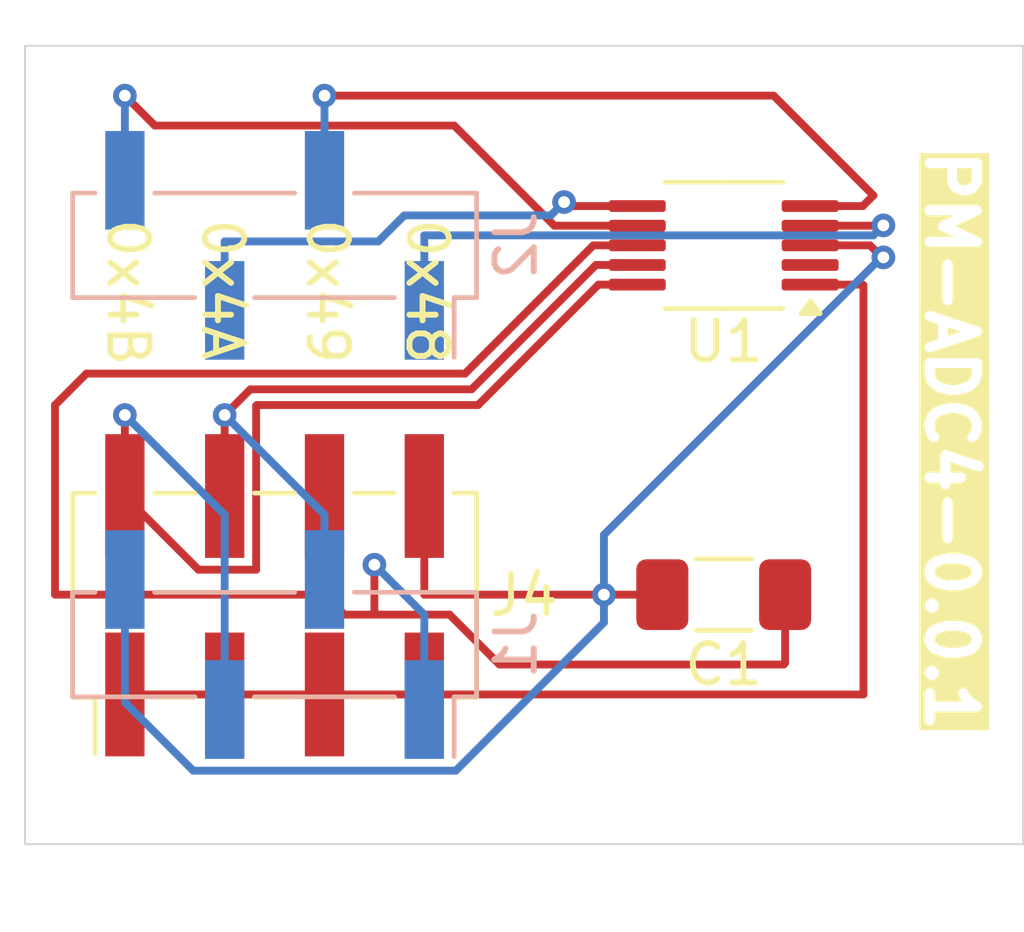
<source format=kicad_pcb>
(kicad_pcb (version 20240108) (generator "pcbnew") (generator_version "8.0")
  (layers (0 "F.Cu" signal) (31 "B.Cu" signal) (34 "B.Paste" user) (35 "F.Paste" user) (36 "B.SilkS" user "B.Silkscreen") (37 "F.SilkS" user "F.Silkscreen") (38 "B.Mask" user) (39 "F.Mask" user) (44 "Edge.Cuts" user))
  (net 0 "")
  (net 2 "/AIN1")
  (net 3 "+5V")
  (net 4 "/SCL")
  (net 5 "/SDA")
  (net 6 "/AIN2")
  (net 7 "GND")
  (net 8 "/AIN0")
  (net 9 "/AIN3")
  (net 10 "Net-(J4-Pin_1)")
  (footprint "Connector_PinHeader_2.54mm:PinHeader_2x04_P2.54mm_Vertical_SMD" (layer "F.Cu") (at 107.95 95.265 90)
    (property "Reference" "J4" (at 0 6.35 0) (layer "F.SilkS"))
    (property "Value" "Conn_02x04_Odd_Even")
    (fp_line (start 2.6 -5.14) (end 2.6 -4.57) (stroke (width 0.12)) (layer "F.SilkS"))
    (fp_line (start -2.6 -5.14) (end 2.6 -5.14) (stroke (width 0.12)) (layer "F.SilkS"))
    (fp_line (start -2.6 -5.14) (end -2.6 -4.57) (stroke (width 0.12)) (layer "F.SilkS"))
    (fp_line (start -4.04 -4.57) (end -2.6 -4.57) (stroke (width 0.12)) (layer "F.SilkS"))
    (fp_line (start 2.6 -3.05) (end 2.6 -2.03) (stroke (width 0.12)) (layer "F.SilkS"))
    (fp_line (start -2.6 -3.05) (end -2.6 -2.03) (stroke (width 0.12)) (layer "F.SilkS"))
    (fp_line (start 2.6 -0.51) (end 2.6 0.51) (stroke (width 0.12)) (layer "F.SilkS"))
    (fp_line (start -2.6 -0.51) (end -2.6 0.51) (stroke (width 0.12)) (layer "F.SilkS"))
    (fp_line (start 2.6 2.03) (end 2.6 3.05) (stroke (width 0.12)) (layer "F.SilkS"))
    (fp_line (start -2.6 2.03) (end -2.6 3.05) (stroke (width 0.12)) (layer "F.SilkS"))
    (fp_line (start 2.6 4.57) (end 2.6 5.14) (stroke (width 0.12)) (layer "F.SilkS"))
    (fp_line (start -2.6 4.57) (end -2.6 5.14) (stroke (width 0.12)) (layer "F.SilkS"))
    (fp_line (start -2.6 5.14) (end 2.6 5.14) (stroke (width 0.12)) (layer "F.SilkS"))
    (pad "1" smd rect (at -2.525 -3.81 90) (size 3.15 1) (layers "F.Cu" "F.Paste" "F.Mask") (net 10 "Net-(J4-Pin_1)"))
    (pad "2" smd rect (at 2.525 -3.81 90) (size 3.15 1) (layers "F.Cu" "F.Paste" "F.Mask") (net 4 "/SCL"))
    (pad "3" smd rect (at -2.525 -1.27 90) (size 3.15 1) (layers "F.Cu" "F.Paste" "F.Mask") (net 10 "Net-(J4-Pin_1)"))
    (pad "4" smd rect (at 2.525 -1.27 90) (size 3.15 1) (layers "F.Cu" "F.Paste" "F.Mask") (net 5 "/SDA"))
    (pad "5" smd rect (at -2.525 1.27 90) (size 3.15 1) (layers "F.Cu" "F.Paste" "F.Mask") (net 10 "Net-(J4-Pin_1)"))
    (pad "6" smd rect (at 2.525 1.27 90) (size 3.15 1) (layers "F.Cu" "F.Paste" "F.Mask") (net 3 "+5V"))
    (pad "7" smd rect (at -2.525 3.81 90) (size 3.15 1) (layers "F.Cu" "F.Paste" "F.Mask") (net 10 "Net-(J4-Pin_1)"))
    (pad "8" smd rect (at 2.525 3.81 90) (size 3.15 1) (layers "F.Cu" "F.Paste" "F.Mask") (net 7 "GND"))
  )
  (footprint "Capacitor_SMD:C_1206_3216Metric_Pad1.33x1.80mm_HandSolder" (layer "F.Cu") (at 119.38 95.25 180)
    (property "Reference" "C1" (at 0 -1.778 0) (layer "F.SilkS"))
    (property "Value" "0.1uF")
    (fp_line (start -0.711252 0.91) (end 0.711252 0.91) (stroke (width 0.12)) (layer "F.SilkS"))
    (fp_line (start -0.711252 -0.91) (end 0.711252 -0.91) (stroke (width 0.12)) (layer "F.SilkS"))
    (pad "1" smd roundrect (at -1.5625 0 180) (size 1.325 1.8) (layers "F.Cu" "F.Paste" "F.Mask") (roundrect_rratio 0.188679) (net 3 "+5V"))
    (pad "2" smd roundrect (at 1.5625 0 180) (size 1.325 1.8) (layers "F.Cu" "F.Paste" "F.Mask") (roundrect_rratio 0.188679) (net 7 "GND"))
  )
  (footprint "Package_SO:VSSOP-10_3x3mm_P0.5mm" (layer "F.Cu") (at 119.38 86.36 180)
    (property "Reference" "U1" (at 0 -2.45 180) (layer "F.SilkS"))
    (property "Value" "ADS1115IDGS")
    (fp_line (start 0 1.61) (end 1.5 1.61) (stroke (width 0.12)) (layer "F.SilkS"))
    (fp_line (start 0 1.61) (end -1.5 1.61) (stroke (width 0.12)) (layer "F.SilkS"))
    (fp_line (start 0 -1.61) (end 1.5 -1.61) (stroke (width 0.12)) (layer "F.SilkS"))
    (fp_line (start 0 -1.61) (end -1.5 -1.61) (stroke (width 0.12)) (layer "F.SilkS"))
    (fp_poly (pts (xy -2.2125 -1.41) (xy -2.4525 -1.74) (xy -1.9725 -1.74) (xy -2.2125 -1.41)) (stroke (width 0.12)) (fill solid) (layer "F.SilkS"))
    (pad "1" smd roundrect (at -2.2 -1 180) (size 1.45 0.3) (layers "F.Cu" "F.Paste" "F.Mask") (net 10 "Net-(J4-Pin_1)"))
    (pad "2" smd roundrect (at -2.2 -0.5 180) (size 1.45 0.3) (layers "F.Cu" "F.Paste" "F.Mask"))
    (pad "3" smd roundrect (at -2.2 0 180) (size 1.45 0.3) (layers "F.Cu" "F.Paste" "F.Mask") (net 7 "GND"))
    (pad "4" smd roundrect (at -2.2 0.5 180) (size 1.45 0.3) (layers "F.Cu" "F.Paste" "F.Mask") (net 8 "/AIN0"))
    (pad "5" smd roundrect (at -2.2 1 180) (size 1.45 0.3) (layers "F.Cu" "F.Paste" "F.Mask") (net 2 "/AIN1"))
    (pad "6" smd roundrect (at 2.2 1 180) (size 1.45 0.3) (layers "F.Cu" "F.Paste" "F.Mask") (net 6 "/AIN2"))
    (pad "7" smd roundrect (at 2.2 0.5 180) (size 1.45 0.3) (layers "F.Cu" "F.Paste" "F.Mask") (net 9 "/AIN3"))
    (pad "8" smd roundrect (at 2.2 0 180) (size 1.45 0.3) (layers "F.Cu" "F.Paste" "F.Mask") (net 3 "+5V"))
    (pad "9" smd roundrect (at 2.2 -0.5 180) (size 1.45 0.3) (layers "F.Cu" "F.Paste" "F.Mask") (net 5 "/SDA"))
    (pad "10" smd roundrect (at 2.2 -1 180) (size 1.45 0.3) (layers "F.Cu" "F.Paste" "F.Mask") (net 4 "/SCL"))
  )
  (footprint "Connector_PinHeader_2.54mm:PinHeader_1x04_P2.54mm_Vertical_SMD_Pin1Left" (layer "B.Cu") (at 107.95 86.36 90)
    (property "Reference" "J2" (at 0 6.14 -90) (layer "B.SilkS") (effects (justify mirror)))
    (property "Value" "Conn_01x04_Pin")
    (fp_line (start 1.33 -5.14) (end -1.33 -5.14) (stroke (width 0.12)) (layer "B.SilkS"))
    (fp_line (start 1.33 -5.14) (end 1.33 -4.57) (stroke (width 0.12)) (layer "B.SilkS"))
    (fp_line (start -1.33 -5.14) (end -1.33 -2.03) (stroke (width 0.12)) (layer "B.SilkS"))
    (fp_line (start 1.33 -3.05) (end 1.33 0.51) (stroke (width 0.12)) (layer "B.SilkS"))
    (fp_line (start -1.33 -0.51) (end -1.33 3.05) (stroke (width 0.12)) (layer "B.SilkS"))
    (fp_line (start 1.33 2.03) (end 1.33 5.14) (stroke (width 0.12)) (layer "B.SilkS"))
    (fp_line (start -1.33 4.57) (end -1.33 5.14) (stroke (width 0.12)) (layer "B.SilkS"))
    (fp_line (start -2.85 4.57) (end -1.33 4.57) (stroke (width 0.12)) (layer "B.SilkS"))
    (fp_line (start 1.33 5.14) (end -1.33 5.14) (stroke (width 0.12)) (layer "B.SilkS"))
    (pad "1" smd rect (at -1.655 3.81 90) (size 2.51 1) (layers "B.Cu" "B.Paste" "B.Mask") (net 8 "/AIN0"))
    (pad "2" smd rect (at 1.655 1.27 90) (size 2.51 1) (layers "B.Cu" "B.Paste" "B.Mask") (net 2 "/AIN1"))
    (pad "3" smd rect (at -1.655 -1.27 90) (size 2.51 1) (layers "B.Cu" "B.Paste" "B.Mask") (net 6 "/AIN2"))
    (pad "4" smd rect (at 1.655 -3.81 90) (size 2.51 1) (layers "B.Cu" "B.Paste" "B.Mask") (net 9 "/AIN3"))
  )
  (footprint "Connector_PinHeader_2.54mm:PinHeader_1x04_P2.54mm_Vertical_SMD_Pin1Left" (layer "B.Cu") (at 107.95 96.52 90)
    (property "Reference" "J1" (at 0 6.14 -90) (layer "B.SilkS") (effects (justify mirror)))
    (property "Value" "Conn_01x04_Pin")
    (fp_line (start 1.33 -5.14) (end -1.33 -5.14) (stroke (width 0.12)) (layer "B.SilkS"))
    (fp_line (start 1.33 -5.14) (end 1.33 -4.57) (stroke (width 0.12)) (layer "B.SilkS"))
    (fp_line (start -1.33 -5.14) (end -1.33 -2.03) (stroke (width 0.12)) (layer "B.SilkS"))
    (fp_line (start 1.33 -3.05) (end 1.33 0.51) (stroke (width 0.12)) (layer "B.SilkS"))
    (fp_line (start -1.33 -0.51) (end -1.33 3.05) (stroke (width 0.12)) (layer "B.SilkS"))
    (fp_line (start 1.33 2.03) (end 1.33 5.14) (stroke (width 0.12)) (layer "B.SilkS"))
    (fp_line (start -1.33 4.57) (end -1.33 5.14) (stroke (width 0.12)) (layer "B.SilkS"))
    (fp_line (start -2.85 4.57) (end -1.33 4.57) (stroke (width 0.12)) (layer "B.SilkS"))
    (fp_line (start 1.33 5.14) (end -1.33 5.14) (stroke (width 0.12)) (layer "B.SilkS"))
    (pad "1" smd rect (at -1.655 3.81 90) (size 2.51 1) (layers "B.Cu" "B.Paste" "B.Mask") (net 3 "+5V"))
    (pad "2" smd rect (at 1.655 1.27 90) (size 2.51 1) (layers "B.Cu" "B.Paste" "B.Mask") (net 5 "/SDA"))
    (pad "3" smd rect (at -1.655 -1.27 90) (size 2.51 1) (layers "B.Cu" "B.Paste" "B.Mask") (net 4 "/SCL"))
    (pad "4" smd rect (at 1.655 -3.81 90) (size 2.51 1) (layers "B.Cu" "B.Paste" "B.Mask") (net 7 "GND"))
  )
  (gr_rect (start 101.6 81.28) (end 127 101.6) (stroke (width 0.05)) (fill none) (layer "Edge.Cuts"))
  (gr_text "0x48" (at 111.252 85.598 270) (layer "F.SilkS") (effects (font (size 1 1)) (justify left bottom)))
  (gr_text "PM-ADC4-0.0.1" (at 124.46 83.82 270) (layer "F.SilkS" knockout) (effects (font (size 1.2 1.2) (thickness 0.25) (bold yes)) (justify left bottom)))
  (gr_text "0x49" (at 108.712 85.598 270) (layer "F.SilkS") (effects (font (size 1 1)) (justify left bottom)))
  (gr_text "0x4A" (at 106.045 85.598 270) (layer "F.SilkS") (effects (font (size 1 1)) (justify left bottom)))
  (gr_text "0x4B" (at 103.632 85.598 270) (layer "F.SilkS") (effects (font (size 1 1)) (justify left bottom)))
  (segment (start 121.58 85.36) (end 122.92 85.36) (width 0.2) (layer "F.Cu") (net 2))
  (segment (start 120.65 82.55) (end 109.22 82.55) (width 0.2) (layer "F.Cu") (net 2))
  (segment (start 123.19 85.09) (end 120.65 82.55) (width 0.2) (layer "F.Cu") (net 2))
  (segment (start 122.92 85.36) (end 123.19 85.09) (width 0.2) (layer "F.Cu") (net 2))
  (via (at 109.22 82.55) (size 0.6) (drill 0.3) (layers "F.Cu" "B.Cu") (net 2))
  (segment (start 109.22 82.55) (end 109.22 84.705) (width 0.2) (layer "B.Cu") (net 2))
  (segment (start 112.797609 89.624) (end 103.162 89.624) (width 0.2) (layer "F.Cu") (net 3))
  (segment (start 109.22 95.25) (end 109.22 92.74) (width 0.2) (layer "F.Cu") (net 3))
  (segment (start 120.9425 95.25) (end 120.9425 96.9895) (width 0.2) (layer "F.Cu") (net 3))
  (segment (start 109.728 95.758) (end 109.22 95.25) (width 0.2) (layer "F.Cu") (net 3))
  (segment (start 116.061609 86.36) (end 112.797609 89.624) (width 0.2) (layer "F.Cu") (net 3))
  (segment (start 102.362 90.424) (end 102.362 95.25) (width 0.2) (layer "F.Cu") (net 3))
  (segment (start 110.49 95.758) (end 109.728 95.758) (width 0.2) (layer "F.Cu") (net 3))
  (segment (start 112.403 95.758) (end 110.49 95.758) (width 0.2) (layer "F.Cu") (net 3))
  (segment (start 117.18 86.36) (end 116.061609 86.36) (width 0.2) (layer "F.Cu") (net 3))
  (segment (start 113.673 97.028) (end 112.403 95.758) (width 0.2) (layer "F.Cu") (net 3))
  (segment (start 120.904 97.028) (end 113.673 97.028) (width 0.2) (layer "F.Cu") (net 3))
  (segment (start 103.162 89.624) (end 102.362 90.424) (width 0.2) (layer "F.Cu") (net 3))
  (segment (start 110.49 95.758) (end 110.49 94.488) (width 0.2) (layer "F.Cu") (net 3))
  (segment (start 120.9425 96.9895) (end 120.904 97.028) (width 0.2) (layer "F.Cu") (net 3))
  (segment (start 102.362 95.25) (end 109.22 95.25) (width 0.2) (layer "F.Cu") (net 3))
  (via (at 110.49 94.488) (size 0.6) (drill 0.3) (layers "F.Cu" "B.Cu") (net 3))
  (segment (start 110.49 94.488) (end 111.76 95.758) (width 0.2) (layer "B.Cu") (net 3))
  (segment (start 111.76 95.758) (end 111.76 98.175) (width 0.2) (layer "B.Cu") (net 3))
  (segment (start 107.48 90.443686) (end 107.48 94.615) (width 0.2) (layer "F.Cu") (net 4))
  (segment (start 113.128981 90.424) (end 107.499686 90.424) (width 0.2) (layer "F.Cu") (net 4))
  (segment (start 107.499686 90.424) (end 107.48 90.443686) (width 0.2) (layer "F.Cu") (net 4))
  (segment (start 116.192981 87.36) (end 113.128981 90.424) (width 0.2) (layer "F.Cu") (net 4))
  (segment (start 107.48 94.615) (end 106.015 94.615) (width 0.2) (layer "F.Cu") (net 4))
  (segment (start 104.14 92.74) (end 104.14 90.678) (width 0.2) (layer "F.Cu") (net 4))
  (segment (start 117.18 87.36) (end 116.192981 87.36) (width 0.2) (layer "F.Cu") (net 4))
  (segment (start 106.015 94.615) (end 104.14 92.74) (width 0.2) (layer "F.Cu") (net 4))
  (via (at 104.14 90.678) (size 0.6) (drill 0.3) (layers "F.Cu" "B.Cu") (net 4))
  (segment (start 106.68 93.218) (end 106.68 98.175) (width 0.2) (layer "B.Cu") (net 4))
  (segment (start 104.14 90.678) (end 106.68 93.218) (width 0.2) (layer "B.Cu") (net 4))
  (segment (start 107.334 90.024) (end 112.963295 90.024) (width 0.2) (layer "F.Cu") (net 5))
  (segment (start 116.127295 86.86) (end 117.18 86.86) (width 0.2) (layer "F.Cu") (net 5))
  (segment (start 106.68 90.678) (end 106.68 92.74) (width 0.2) (layer "F.Cu") (net 5))
  (segment (start 112.963295 90.024) (end 116.127295 86.86) (width 0.2) (layer "F.Cu") (net 5))
  (segment (start 106.68 90.678) (end 107.334 90.024) (width 0.2) (layer "F.Cu") (net 5))
  (via (at 106.68 90.678) (size 0.6) (drill 0.3) (layers "F.Cu" "B.Cu") (net 5))
  (segment (start 106.68 90.678) (end 109.22 93.218) (width 0.2) (layer "B.Cu") (net 5))
  (segment (start 109.22 93.218) (end 109.22 94.865) (width 0.2) (layer "B.Cu") (net 5))
  (segment (start 117.18 85.36) (end 115.41853 85.36) (width 0.2) (layer "F.Cu") (net 6))
  (segment (start 115.41853 85.36) (end 115.317265 85.258735) (width 0.2) (layer "F.Cu") (net 6))
  (via (at 115.317265 85.258735) (size 0.6) (drill 0.3) (layers "F.Cu" "B.Cu") (net 6))
  (segment (start 114.978 85.598) (end 111.252 85.598) (width 0.2) (layer "B.Cu") (net 6))
  (segment (start 111.252 85.598) (end 110.59 86.26) (width 0.2) (layer "B.Cu") (net 6))
  (segment (start 110.59 86.26) (end 106.68 86.26) (width 0.2) (layer "B.Cu") (net 6))
  (segment (start 115.317265 85.258735) (end 114.978 85.598) (width 0.2) (layer "B.Cu") (net 6))
  (segment (start 106.68 86.26) (end 106.68 88.015) (width 0.2) (layer "B.Cu") (net 6))
  (segment (start 123.409917 86.666446) (end 123.103471 86.36) (width 0.2) (layer "F.Cu") (net 7))
  (segment (start 123.103471 86.36) (end 121.58 86.36) (width 0.2) (layer "F.Cu") (net 7))
  (segment (start 123.444 86.666446) (end 123.409917 86.666446) (width 0.2) (layer "F.Cu") (net 7))
  (segment (start 111.76 95.25) (end 117.8175 95.25) (width 0.2) (layer "F.Cu") (net 7))
  (segment (start 111.76 92.74) (end 111.76 95.25) (width 0.2) (layer "F.Cu") (net 7))
  (via (at 123.444 86.666446) (size 0.6) (drill 0.3) (layers "F.Cu" "B.Cu") (net 7))
  (via (at 116.332 95.25) (size 0.6) (drill 0.3) (layers "F.Cu" "B.Cu") (net 7))
  (segment (start 123.391554 86.666446) (end 116.332 93.726) (width 0.2) (layer "B.Cu") (net 7))
  (segment (start 104.14 97.99) (end 104.14 94.865) (width 0.2) (layer "B.Cu") (net 7))
  (segment (start 116.332 95.958) (end 112.56 99.73) (width 0.2) (layer "B.Cu") (net 7))
  (segment (start 105.88 99.73) (end 104.14 97.99) (width 0.2) (layer "B.Cu") (net 7))
  (segment (start 116.332 93.726) (end 116.332 95.25) (width 0.2) (layer "B.Cu") (net 7))
  (segment (start 116.332 95.25) (end 116.332 95.958) (width 0.2) (layer "B.Cu") (net 7))
  (segment (start 112.56 99.73) (end 105.88 99.73) (width 0.2) (layer "B.Cu") (net 7))
  (segment (start 123.444 86.666446) (end 123.391554 86.666446) (width 0.2) (layer "B.Cu") (net 7))
  (segment (start 121.58 85.86) (end 123.436 85.86) (width 0.2) (layer "F.Cu") (net 8))
  (segment (start 123.436 85.86) (end 123.444 85.852) (width 0.2) (layer "F.Cu") (net 8))
  (via (at 123.444 85.852) (size 0.6) (drill 0.3) (layers "F.Cu" "B.Cu") (net 8))
  (segment (start 123.444 85.852) (end 123.19 86.106) (width 0.2) (layer "B.Cu") (net 8))
  (segment (start 111.76 86.106) (end 111.76 88.015) (width 0.2) (layer "B.Cu") (net 8))
  (segment (start 123.19 86.106) (end 111.76 86.106) (width 0.2) (layer "B.Cu") (net 8))
  (segment (start 117.18 85.86) (end 115.07 85.86) (width 0.2) (layer "F.Cu") (net 9))
  (segment (start 112.522 83.312) (end 104.902 83.312) (width 0.2) (layer "F.Cu") (net 9))
  (segment (start 115.07 85.86) (end 112.522 83.312) (width 0.2) (layer "F.Cu") (net 9))
  (segment (start 104.902 83.312) (end 104.14 82.55) (width 0.2) (layer "F.Cu") (net 9))
  (via (at 104.14 82.55) (size 0.6) (drill 0.3) (layers "F.Cu" "B.Cu") (net 9))
  (segment (start 104.14 82.55) (end 104.14 84.705) (width 0.2) (layer "B.Cu") (net 9))
  (segment (start 106.68 97.79) (end 109.22 97.79) (width 0.2) (layer "F.Cu") (net 10))
  (segment (start 122.936 87.376) (end 122.92 87.36) (width 0.2) (layer "F.Cu") (net 10))
  (segment (start 122.92 87.36) (end 121.58 87.36) (width 0.2) (layer "F.Cu") (net 10))
  (segment (start 104.14 97.79) (end 106.68 97.79) (width 0.2) (layer "F.Cu") (net 10))
  (segment (start 111.76 97.79) (end 122.936 97.79) (width 0.2) (layer "F.Cu") (net 10))
  (segment (start 122.936 97.79) (end 122.936 87.376) (width 0.2) (layer "F.Cu") (net 10))
  (segment (start 109.22 97.79) (end 111.76 97.79) (width 0.2) (layer "F.Cu") (net 10))
)
</source>
